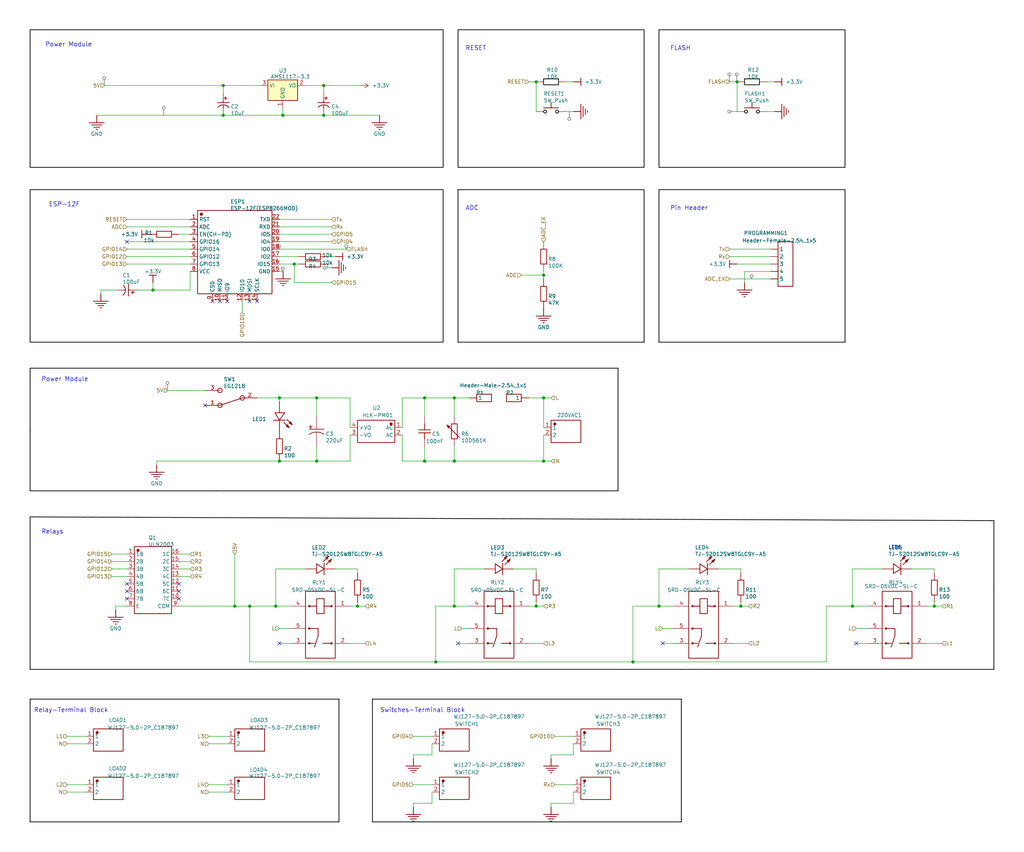
<source format=kicad_sch>
(kicad_sch (version 20231120) (generator "eeschema") (generator_version "8.0")
  (paper "User" 349.504 290.957)
  (lib_symbols
    (symbol "Regulator_Linear:AMS1117-3.3"
      (property "Reference" "U" (at -3.81 3.175 0))
      (property "Value" "AMS1117-3.3" (at 0 3.175 0))
      (symbol "AMS1117-3.3_1_1"
        (pin power_in line (at 0 -7.62 90) (length 2.54) (name "GND") (number "1"))
        (pin power_out line (at 7.62 0 180) (length 2.54) (name "VO") (number "2"))
        (pin power_in line (at -7.62 0 0) (length 2.54) (name "VI") (number "3"))
      )
    )
    (symbol "power:+3.3V" (power) (pin_numbers hide) (pin_names (offset 0) hide)
      (property "Value" "+3.3V" (at 0 3.556 0))
      (symbol "+3.3V_1_1"
        (pin power_in line (at 0 0 90) (length 0) (name "~") (number "1"))
      )
    )
    (symbol "test-altium-import:+3.3V_BAR" (power)
      (property "Reference" "#PWR" (at 0 0 0))
      (property "Value" "+3.3V" (at 0 3.81 0))
      (symbol "+3.3V_BAR_0_0"
        (pin power_in line (at 0 0 0) (length 0) hide (name "+3.3V") (number ""))
      )
    )
    (symbol "test-altium-import:GND_POWER_GROUND" (power)
      (property "Reference" "#PWR" (at 0 0 0))
      (property "Value" "GND" (at 0 6.35 0))
      (symbol "GND_POWER_GROUND_0_0"
        (pin power_in line (at 0 0 0) (length 0) hide (name "GND") (number ""))
      )
    )
    (symbol "test-altium-import:root_0_100nF"
      (symbol "root_0_100nF_1_0"
        (pin passive line (at 0 -5.08 90) (length 2.54) (name "1") (number "1"))
        (pin passive line (at 0 5.08 270) (length 2.54) (name "2") (number "2"))
      )
    )
    (symbol "test-altium-import:root_0_100uF"
      (symbol "root_0_100uF_1_0"
        (pin passive line (at 0 3.81 270) (length 2.54) (name "1") (number "1"))
        (pin passive line (at 0 -3.81 90) (length 2.54) (name "2") (number "2"))
      )
    )
    (symbol "test-altium-import:root_0_10K"
      (symbol "root_0_10K_1_0"
        (pin passive line (at -5.08 0 0) (length 2.54) (name "1") (number "1"))
        (pin passive line (at 5.08 0 180) (length 2.54) (name "2") (number "2"))
      )
    )
    (symbol "test-altium-import:root_0_10k"
      (symbol "root_0_10k_1_0"
        (pin passive line (at -5.08 0 0) (length 2.54) (name "1") (number "1"))
        (pin passive line (at 5.08 0 180) (length 2.54) (name "2") (number "2"))
      )
    )
    (symbol "test-altium-import:root_0_10uF"
      (symbol "root_0_10uF_1_0"
        (pin passive line (at 0 3.81 270) (length 2.54) (name "1") (number "1"))
        (pin passive line (at 0 -3.81 90) (length 2.54) (name "2") (number "2"))
      )
    )
    (symbol "test-altium-import:root_0_220uF"
      (symbol "root_0_220uF_1_0"
        (pin passive line (at 0 5.08 270) (length 4.318) (name "1") (number "1"))
        (pin passive line (at 0 -5.08 90) (length 4.826) (name "2") (number "2"))
      )
    )
    (symbol "test-altium-import:root_0_ESP-12F(ESP8266MOD)"
      (symbol "root_0_ESP-12F(ESP8266MOD)_1_0"
        (pin passive line (at -15.24 10.16 0) (length 2.54) (name "RST") (number "1"))
        (pin passive line (at -5.08 -17.78 90) (length 2.54) (name "MISO") (number "10"))
        (pin passive line (at -2.54 -17.78 90) (length 2.54) (name "IO9") (number "11"))
        (pin passive line (at 2.54 -17.78 90) (length 2.54) (name "IO10") (number "12"))
        (pin passive line (at 5.08 -17.78 90) (length 2.54) (name "MOSI") (number "13"))
        (pin passive line (at 7.62 -17.78 90) (length 2.54) (name "SCLK") (number "14"))
        (pin passive line (at 15.24 -7.62 180) (length 2.54) (name "GND") (number "15"))
        (pin passive line (at 15.24 -5.08 180) (length 2.54) (name "IO15") (number "16"))
        (pin passive line (at 15.24 -2.54 180) (length 2.54) (name "IO2") (number "17"))
        (pin passive line (at 15.24 0 180) (length 2.54) (name "IO0") (number "18"))
        (pin passive line (at 15.24 2.54 180) (length 2.54) (name "IO4") (number "19"))
        (pin passive line (at -15.24 7.62 0) (length 2.54) (name "ADC") (number "2"))
        (pin passive line (at 15.24 5.08 180) (length 2.54) (name "IO5") (number "20"))
        (pin passive line (at 15.24 7.62 180) (length 2.54) (name "RXD") (number "21"))
        (pin passive line (at 15.24 10.16 180) (length 2.54) (name "TXD") (number "22"))
        (pin passive line (at -15.24 5.08 0) (length 2.54) (name "EN(CH-PD)") (number "3"))
        (pin passive line (at -15.24 2.54 0) (length 2.54) (name "GPIO16") (number "4"))
        (pin passive line (at -15.24 0 0) (length 2.54) (name "GPIO14") (number "5"))
        (pin passive line (at -15.24 -2.54 0) (length 2.54) (name "GPIO12") (number "6"))
        (pin passive line (at -15.24 -5.08 0) (length 2.54) (name "GPIO13") (number "7"))
        (pin passive line (at -15.24 -7.62 0) (length 2.54) (name "VCC") (number "8"))
        (pin passive line (at -7.62 -17.78 90) (length 2.54) (name "CS0") (number "9"))
      )
    )
    (symbol "test-altium-import:root_0_HLK-PM01"
      (symbol "root_0_HLK-PM01_1_0"
        (pin passive line (at 8.89 1.27 180) (length 2.54) (name "AC") (number "1"))
        (pin passive line (at 8.89 -1.27 180) (length 2.54) (name "AC") (number "2"))
        (pin passive line (at -8.89 -1.27 0) (length 2.54) (name "-VO") (number "3"))
        (pin passive line (at -8.89 1.27 0) (length 2.54) (name "+VO") (number "4"))
      )
    )
    (symbol "test-altium-import:root_0_Header-Female-2.54_1x5"
      (symbol "root_0_Header-Female-2.54_1x5_1_0"
        (pin passive line (at -3.81 5.08 0) (length 2.54) (name "1") (number "1"))
        (pin passive line (at -3.81 2.54 0) (length 2.54) (name "2") (number "2"))
        (pin passive line (at -3.81 0 0) (length 2.54) (name "3") (number "3"))
        (pin passive line (at -3.81 -2.54 0) (length 2.54) (name "4") (number "4"))
        (pin passive line (at -3.81 -5.08 0) (length 2.54) (name "5") (number "5"))
      )
    )
    (symbol "test-altium-import:root_0_Header-Male-2.54_1x1"
      (symbol "root_0_Header-Male-2.54_1x1_1_0"
        (pin passive line (at -3.81 0 0) (length 2.54) (name "1") (number "1"))
      )
    )
    (symbol "test-altium-import:root_0_SW_Push"
      (symbol "root_0_SW_Push_1_0"
        (pin passive line (at -2.54 0 0) (length 2.54) (name "1") (number "1"))
        (pin passive line (at 7.62 0 180) (length 2.54) (name "2") (number "2"))
      )
    )
    (symbol "test-altium-import:root_0_TJ-S2012SW8TGLC9Y-A5"
      (symbol "root_0_TJ-S2012SW8TGLC9Y-A5_1_0"
        (pin passive line (at -5.08 0 0) (length 3.81) (name "A") (number "1"))
        (pin passive line (at 5.08 0 180) (length 3.81) (name "K") (number "2"))
      )
    )
    (symbol "test-altium-import:root_0_ULN2003"
      (symbol "root_0_ULN2003_1_0"
        (pin passive line (at -8.89 8.89 0) (length 2.54) (name "1B") (number "1"))
        (pin passive line (at 8.89 -6.35 180) (length 2.54) (name "7C") (number "10"))
        (pin passive line (at 8.89 -3.81 180) (length 2.54) (name "6C") (number "11"))
        (pin passive line (at 8.89 -1.27 180) (length 2.54) (name "5C") (number "12"))
        (pin passive line (at 8.89 1.27 180) (length 2.54) (name "4C") (number "13"))
        (pin passive line (at 8.89 3.81 180) (length 2.54) (name "3C") (number "14"))
        (pin passive line (at 8.89 6.35 180) (length 2.54) (name "2C") (number "15"))
        (pin passive line (at 8.89 8.89 180) (length 2.54) (name "1C") (number "16"))
        (pin passive line (at -8.89 6.35 0) (length 2.54) (name "2B") (number "2"))
        (pin passive line (at -8.89 3.81 0) (length 2.54) (name "3B") (number "3"))
        (pin passive line (at -8.89 1.27 0) (length 2.54) (name "4B") (number "4"))
        (pin passive line (at -8.89 -1.27 0) (length 2.54) (name "5B") (number "5"))
        (pin passive line (at -8.89 -3.81 0) (length 2.54) (name "6B") (number "6"))
        (pin passive line (at -8.89 -6.35 0) (length 2.54) (name "7B") (number "7"))
        (pin passive line (at -8.89 -8.89 0) (length 2.54) (name "E") (number "8"))
        (pin passive line (at 8.89 -8.89 180) (length 2.54) (name "COM") (number "9"))
      )
    )
    (symbol "test-altium-import:root_0_WJ127-5.0-2P_C187897"
      (symbol "root_0_WJ127-5.0-2P_C187897_1_0"
        (pin passive line (at -6.35 1.27 0) (length 2.54) (name "1") (number "1"))
        (pin passive line (at -6.35 -1.27 0) (length 2.54) (name "2") (number "2"))
      )
    )
    (symbol "test-altium-import:root_1_100"
      (symbol "root_1_100_1_0"
        (pin passive line (at 0 -5.08 90) (length 2.54) (name "1") (number "1"))
        (pin passive line (at 0 5.08 270) (length 2.54) (name "2") (number "2"))
      )
    )
    (symbol "test-altium-import:root_1_100K"
      (symbol "root_1_100K_1_0"
        (pin passive line (at 0 -5.08 90) (length 2.54) (name "1") (number "1"))
        (pin passive line (at 0 5.08 270) (length 2.54) (name "2") (number "2"))
      )
    )
    (symbol "test-altium-import:root_1_10D561K"
      (symbol "root_1_10D561K_1_0"
        (pin passive line (at 0 -5.08 90) (length 2.54) (name "1") (number "1"))
        (pin passive line (at 0 5.08 270) (length 2.54) (name "2") (number "2"))
      )
    )
    (symbol "test-altium-import:root_1_47K"
      (symbol "root_1_47K_1_0"
        (pin passive line (at 0 -5.08 90) (length 2.54) (name "1") (number "1"))
        (pin passive line (at 0 5.08 270) (length 2.54) (name "2") (number "2"))
      )
    )
    (symbol "test-altium-import:root_2_10k"
      (symbol "root_2_10k_1_0"
        (pin passive line (at 5.08 0 180) (length 2.54) (name "1") (number "1"))
        (pin passive line (at -5.08 0 0) (length 2.54) (name "2") (number "2"))
      )
    )
    (symbol "test-altium-import:root_2_EG1218"
      (symbol "root_2_EG1218_1_0"
        (pin passive line (at -7.62 -2.54 0) (length 5.08) (name "1") (number "1"))
        (pin passive line (at 10.16 0 180) (length 5.08) (name "2") (number "2"))
        (pin passive line (at -7.62 2.54 0) (length 5.08) (name "3") (number "3"))
      )
    )
    (symbol "test-altium-import:root_2_Header-Male-2.54_1x1"
      (symbol "root_2_Header-Male-2.54_1x1_1_0"
        (pin passive line (at 3.81 0 180) (length 2.54) (name "1") (number "1"))
      )
    )
    (symbol "test-altium-import:root_2_SRD-05VDC-SL-C"
      (symbol "root_2_SRD-05VDC-SL-C_1_0"
        (pin passive line (at 10.16 6.35 180) (length 5.08) (name "1") (number "1"))
        (pin passive line (at 10.16 -6.35 180) (length 5.08) (name "2") (number "2"))
        (pin passive line (at -10.16 -6.35 0) (length 5.08) (name "3") (number "3"))
        (pin passive line (at -10.16 6.35 0) (length 5.08) (name "4") (number "4"))
        (pin passive line (at -10.16 -1.27 0) (length 5.08) (name "5") (number "5"))
      )
    )
    (symbol "test-altium-import:root_3_100"
      (symbol "root_3_100_1_0"
        (pin passive line (at 0 5.08 270) (length 2.54) (name "1") (number "1"))
        (pin passive line (at 0 -5.08 90) (length 2.54) (name "2") (number "2"))
      )
    )
    (symbol "test-altium-import:root_3_100uF"
      (symbol "root_3_100uF_1_0"
        (pin passive line (at 3.81 0 180) (length 2.54) (name "1") (number "1"))
        (pin passive line (at -3.81 0 0) (length 2.54) (name "2") (number "2"))
      )
    )
    (symbol "test-altium-import:root_3_TJ-S2012SW8TGLC9Y-A5"
      (symbol "root_3_TJ-S2012SW8TGLC9Y-A5_1_0"
        (pin passive line (at 0 5.08 270) (length 3.81) (name "A") (number "1"))
        (pin passive line (at 0 -5.08 90) (length 3.81) (name "K") (number "2"))
      )
    )
  )
  (junction (at 85.217 207.01))
  (junction (at 185.547 93.98))
  (junction (at 185.547 157.48))
  (junction (at 96.52 39.37))
  (junction (at 108.077 135.89))
  (junction (at 183.007 27.94))
  (junction (at 100.457 90.17))
  (junction (at 110.49 29.21))
  (junction (at 251.587 27.94))
  (junction (at 148.717 226.06))
  (junction (at 108.077 157.48))
  (junction (at 94.107 207.01))
  (junction (at 185.547 135.89))
  (junction (at 76.2 39.37))
  (junction (at 155.067 157.48))
  (junction (at 155.067 207.01))
  (junction (at 76.2 29.21))
  (junction (at 110.49 39.37))
  (junction (at 122.047 207.01))
  (junction (at 183.007 207.01))
  (junction (at 290.957 207.01))
  (junction (at 52.197 99.06))
  (junction (at 216.027 226.06))
  (junction (at 80.137 207.01))
  (junction (at 318.897 207.01))
  (junction (at 144.907 135.89))
  (junction (at 95.377 135.89))
  (junction (at 144.907 157.48))
  (junction (at 252.857 207.01))
  (junction (at 224.917 207.01))
  (junction (at 155.067 135.89))
  (junction (at 95.377 157.48))
  (no_connect (at 61.087 204.47))
  (no_connect (at 61.087 201.93))
  (no_connect (at 87.757 102.87))
  (no_connect (at 43.307 82.55))
  (no_connect (at 75.057 102.87))
  (no_connect (at 72.517 102.87))
  (no_connect (at 95.377 219.71))
  (no_connect (at 43.307 204.47))
  (no_connect (at 226.187 219.71))
  (no_connect (at 43.307 199.39))
  (no_connect (at 69.977 138.43))
  (no_connect (at 292.227 219.71))
  (no_connect (at 85.217 102.87))
  (no_connect (at 156.337 219.71))
  (no_connect (at 43.307 201.93))
  (no_connect (at 61.087 199.39))
  (no_connect (at 77.597 102.87))
  (polyline (pts (xy 232.537 238.76) (xy 232.537 238.76)) (stroke (width 0.254) (type solid) (color 0 0 0 1)))
  (polyline (pts (xy 224.917 116.84) (xy 288.417 116.84)) (stroke (width 0.254) (type solid) (color 0 0 0 1)))
  (polyline (pts (xy 339.217 228.6) (xy 339.217 228.6)) (stroke (width 0.254) (type solid) (color 0 0 0 1)))
  (wire (pts (xy 183.007 207.01) (xy 180.467 207.01)))
  (wire (pts (xy 95.377 80.01) (xy 113.157 80.01)))
  (wire (pts (xy 155.067 135.89) (xy 155.067 142.24)))
  (wire (pts (xy 216.027 207.01) (xy 224.917 207.01)))
  (wire (pts (xy 77.597 254) (xy 71.247 254)))
  (wire (pts (xy 189.357 251.46) (xy 195.707 251.46)))
  (wire (pts (xy 311.277 194.31) (xy 318.897 194.31)))
  (wire (pts (xy 188.087 259.08) (xy 188.087 257.81)))
  (wire (pts (xy 147.447 274.32) (xy 147.447 270.51)))
  (polyline (pts (xy 10.287 176.53) (xy 339.217 177.8)) (stroke (width 0.254) (type solid) (color 0 0 0 1)))
  (polyline (pts (xy 232.537 228.6) (xy 232.537 228.6)) (stroke (width 0.254) (type solid) (color 0 0 0 1)))
  (wire (pts (xy 188.087 135.89) (xy 185.547 135.89)))
  (wire (pts (xy 321.437 219.71) (xy 316.357 219.71)))
  (wire (pts (xy 183.007 194.31) (xy 183.007 195.58)))
  (wire (pts (xy 61.087 194.31) (xy 64.897 194.31)))
  (wire (pts (xy 263.017 95.25) (xy 249.047 95.25)))
  (polyline (pts (xy 10.287 125.73) (xy 10.287 147.32)) (stroke (width 0.254) (type solid) (color 0 0 0 1)))
  (wire (pts (xy 155.067 194.31) (xy 165.227 194.31)))
  (wire (pts (xy 64.897 92.71) (xy 64.897 99.06)))
  (wire (pts (xy 95.377 157.48) (xy 108.077 157.48)))
  (wire (pts (xy 255.397 219.71) (xy 250.317 219.71)))
  (polyline (pts (xy 219.837 64.77) (xy 219.837 64.77)) (stroke (width 0.254) (type solid) (color 0 0 0 1)))
  (polyline (pts (xy 127.127 280.67) (xy 127.127 238.76)) (stroke (width 0.254) (type solid) (color 0 0 0 1)))
  (wire (pts (xy 100.457 90.17) (xy 101.727 90.17)))
  (wire (pts (xy 82.677 106.68) (xy 82.677 102.87)))
  (wire (pts (xy 110.49 29.21) (xy 123.19 29.21)))
  (wire (pts (xy 156.337 219.71) (xy 160.147 219.71)))
  (wire (pts (xy 318.897 207.01) (xy 316.357 207.01)))
  (wire (pts (xy 38.227 194.31) (xy 43.307 194.31)))
  (wire (pts (xy 43.307 90.17) (xy 64.897 90.17)))
  (polyline (pts (xy 224.917 64.77) (xy 224.917 116.84)) (stroke (width 0.254) (type solid) (color 0 0 0 1)))
  (wire (pts (xy 76.2 29.21) (xy 76.2 31.75)))
  (wire (pts (xy 95.377 219.71) (xy 99.187 219.71)))
  (polyline (pts (xy 224.917 116.84) (xy 224.917 116.84)) (stroke (width 0.254) (type solid) (color 0 0 0 1)))
  (wire (pts (xy 95.377 137.16) (xy 95.377 135.89)))
  (wire (pts (xy 124.587 219.71) (xy 119.507 219.71)))
  (wire (pts (xy 141.097 275.59) (xy 141.097 274.32)))
  (wire (pts (xy 137.287 157.48) (xy 137.287 148.59)))
  (polyline (pts (xy 156.337 64.77) (xy 156.337 64.77)) (stroke (width 0.254) (type solid) (color 0 0 0 1)))
  (wire (pts (xy 141.097 259.08) (xy 141.097 257.81)))
  (wire (pts (xy 216.027 226.06) (xy 216.027 207.01)))
  (polyline (pts (xy 232.537 280.67) (xy 127.127 280.67)) (stroke (width 0.254) (type solid) (color 0 0 0 1)))
  (polyline (pts (xy 219.837 116.84) (xy 156.337 116.84)) (stroke (width 0.254) (type solid) (color 0 0 0 1)))
  (wire (pts (xy 94.107 207.01) (xy 94.107 194.31)))
  (wire (pts (xy 144.907 142.24) (xy 144.907 135.89)))
  (wire (pts (xy 96.52 39.37) (xy 110.49 39.37)))
  (wire (pts (xy 95.377 92.71) (xy 96.647 92.71)))
  (wire (pts (xy 122.047 207.01) (xy 119.507 207.01)))
  (wire (pts (xy 216.027 226.06) (xy 282.067 226.06)))
  (wire (pts (xy 108.077 157.48) (xy 119.507 157.48)))
  (wire (pts (xy 141.097 267.97) (xy 147.447 267.97)))
  (wire (pts (xy 175.387 194.31) (xy 183.007 194.31)))
  (polyline (pts (xy 210.947 125.73) (xy 210.947 125.73)) (stroke (width 0.254) (type solid) (color 0 0 0 1)))
  (wire (pts (xy 183.007 38.1) (xy 183.007 27.94)))
  (wire (pts (xy 137.287 146.05) (xy 137.287 135.89)))
  (wire (pts (xy 61.087 80.01) (xy 64.897 80.01)))
  (wire (pts (xy 61.087 191.77) (xy 64.897 191.77)))
  (wire (pts (xy 185.547 135.89) (xy 185.547 146.05)))
  (wire (pts (xy 110.49 29.21) (xy 110.49 31.75)))
  (polyline (pts (xy 210.947 125.73) (xy 210.947 125.73)) (stroke (width 0.254) (type solid) (color 0 0 0 1)))
  (wire (pts (xy 43.307 85.09) (xy 64.897 85.09)))
  (polyline (pts (xy 232.537 280.67) (xy 232.537 280.67)) (stroke (width 0.254) (type solid) (color 0 0 0 1)))
  (wire (pts (xy 249.047 27.94) (xy 251.587 27.94)))
  (wire (pts (xy 180.467 27.94) (xy 183.007 27.94)))
  (wire (pts (xy 252.857 205.74) (xy 252.857 207.01)))
  (polyline (pts (xy 10.287 147.32) (xy 10.287 147.32)) (stroke (width 0.254) (type solid) (color 0 0 0 1)))
  (wire (pts (xy 252.857 207.01) (xy 250.317 207.01)))
  (wire (pts (xy 157.607 214.63) (xy 160.147 214.63)))
  (polyline (pts (xy 210.947 167.64) (xy 210.947 125.73)) (stroke (width 0.254) (type solid) (color 0 0 0 1)))
  (polyline (pts (xy 115.697 238.76) (xy 115.697 238.76)) (stroke (width 0.254) (type solid) (color 0 0 0 1)))
  (polyline (pts (xy 210.947 125.73) (xy 10.287 125.73)) (stroke (width 0.254) (type solid) (color 0 0 0 1)))
  (polyline (pts (xy 10.287 238.76) (xy 115.697 238.76)) (stroke (width 0.254) (type solid) (color 0 0 0 1)))
  (wire (pts (xy 76.2 29.21) (xy 88.9 29.21)))
  (wire (pts (xy 95.377 77.47) (xy 113.157 77.47)))
  (wire (pts (xy 122.047 205.74) (xy 122.047 207.01)))
  (wire (pts (xy 148.717 226.06) (xy 148.717 207.01)))
  (wire (pts (xy 95.377 135.89) (xy 108.077 135.89)))
  (wire (pts (xy 57.277 133.35) (xy 69.977 133.35)))
  (polyline (pts (xy 127.127 238.76) (xy 232.537 238.76)) (stroke (width 0.254) (type solid) (color 0 0 0 1)))
  (wire (pts (xy 321.437 207.01) (xy 318.897 207.01)))
  (wire (pts (xy 188.087 275.59) (xy 188.087 274.32)))
  (polyline (pts (xy 156.337 116.84) (xy 156.337 64.77)) (stroke (width 0.254) (type solid) (color 0 0 0 1)))
  (wire (pts (xy 85.217 207.01) (xy 85.217 226.06)))
  (wire (pts (xy 180.467 135.89) (xy 185.547 135.89)))
  (wire (pts (xy 144.907 152.4) (xy 144.907 157.48)))
  (wire (pts (xy 226.187 219.71) (xy 229.997 219.71)))
  (wire (pts (xy 104.14 29.21) (xy 110.49 29.21)))
  (wire (pts (xy 29.337 254) (xy 22.987 254)))
  (wire (pts (xy 94.107 194.31) (xy 104.267 194.31)))
  (polyline (pts (xy 73.787 167.64) (xy 210.947 167.64)) (stroke (width 0.254) (type solid) (color 0 0 0 1)))
  (wire (pts (xy 290.957 194.31) (xy 301.117 194.31)))
  (wire (pts (xy 124.587 207.01) (xy 122.047 207.01)))
  (wire (pts (xy 290.957 207.01) (xy 290.957 194.31)))
  (wire (pts (xy 224.917 194.31) (xy 235.077 194.31)))
  (wire (pts (xy 76.2 39.37) (xy 96.52 39.37)))
  (wire (pts (xy 185.547 157.48) (xy 155.067 157.48)))
  (polyline (pts (xy 219.837 116.84) (xy 219.837 116.84)) (stroke (width 0.254) (type solid) (color 0 0 0 1)))
  (wire (pts (xy 95.377 85.09) (xy 118.237 85.09)))
  (wire (pts (xy 188.087 157.48) (xy 185.547 157.48)))
  (wire (pts (xy 148.717 207.01) (xy 155.067 207.01)))
  (polyline (pts (xy 219.837 64.77) (xy 219.837 116.84)) (stroke (width 0.254) (type solid) (color 0 0 0 1)))
  (wire (pts (xy 122.047 194.31) (xy 122.047 195.58)))
  (wire (pts (xy 95.377 214.63) (xy 99.187 214.63)))
  (wire (pts (xy 224.917 207.01) (xy 224.917 194.31)))
  (wire (pts (xy 137.287 135.89) (xy 144.907 135.89)))
  (polyline (pts (xy 156.337 116.84) (xy 156.337 116.84)) (stroke (width 0.254) (type solid) (color 0 0 0 1)))
  (polyline (pts (xy 210.947 167.64) (xy 210.947 167.64)) (stroke (width 0.254) (type solid) (color 0 0 0 1)))
  (polyline (pts (xy 224.917 64.77) (xy 224.917 64.77)) (stroke (width 0.254) (type solid) (color 0 0 0 1)))
  (wire (pts (xy 95.377 90.17) (xy 100.457 90.17)))
  (wire (pts (xy 22.987 267.97) (xy 29.337 267.97)))
  (wire (pts (xy 111.887 91.44) (xy 113.157 91.44)))
  (wire (pts (xy 318.897 205.74) (xy 318.897 207.01)))
  (wire (pts (xy 64.897 99.06) (xy 52.197 99.06)))
  (polyline (pts (xy 288.417 116.84) (xy 288.417 116.84)) (stroke (width 0.254) (type solid) (color 0 0 0 1)))
  (wire (pts (xy 252.857 194.31) (xy 252.857 195.58)))
  (wire (pts (xy 95.377 82.55) (xy 113.157 82.55)))
  (wire (pts (xy 61.087 189.23) (xy 64.897 189.23)))
  (wire (pts (xy 29.337 270.51) (xy 22.987 270.51)))
  (wire (pts (xy 95.377 87.63) (xy 101.727 87.63)))
  (wire (pts (xy 108.077 152.4) (xy 108.077 157.48)))
  (polyline (pts (xy 156.337 64.77) (xy 219.837 64.77)) (stroke (width 0.254) (type solid) (color 0 0 0 1)))
  (polyline (pts (xy 10.287 125.73) (xy 10.287 125.73)) (stroke (width 0.254) (type solid) (color 0 0 0 1)))
  (wire (pts (xy 77.597 270.51) (xy 71.247 270.51)))
  (wire (pts (xy 226.187 214.63) (xy 229.997 214.63)))
  (wire (pts (xy 261.747 27.94) (xy 264.287 27.94)))
  (wire (pts (xy 155.067 152.4) (xy 155.067 157.48)))
  (wire (pts (xy 144.907 157.48) (xy 137.287 157.48)))
  (wire (pts (xy 254.127 92.71) (xy 254.127 96.52)))
  (wire (pts (xy 185.547 219.71) (xy 180.467 219.71)))
  (wire (pts (xy 71.247 267.97) (xy 77.597 267.97)))
  (wire (pts (xy 296.037 207.01) (xy 290.957 207.01)))
  (wire (pts (xy 185.547 93.98) (xy 185.547 95.25)))
  (wire (pts (xy 195.707 257.81) (xy 195.707 254)))
  (wire (pts (xy 249.047 85.09) (xy 263.017 85.09)))
  (wire (pts (xy 292.227 219.71) (xy 296.037 219.71)))
  (polyline (pts (xy 115.697 280.67) (xy 10.287 280.67)) (stroke (width 0.254) (type solid) (color 0 0 0 1)))
  (wire (pts (xy 148.717 226.06) (xy 216.027 226.06)))
  (wire (pts (xy 100.457 96.52) (xy 100.457 90.17)))
  (wire (pts (xy 38.227 196.85) (xy 43.307 196.85)))
  (polyline (pts (xy 10.287 280.67) (xy 10.287 280.67)) (stroke (width 0.254) (type solid) (color 0 0 0 1)))
  (wire (pts (xy 47.117 99.06) (xy 52.197 99.06)))
  (wire (pts (xy 282.067 226.06) (xy 282.067 207.01)))
  (wire (pts (xy 119.507 157.48) (xy 119.507 148.59)))
  (wire (pts (xy 53.467 158.75) (xy 53.467 157.48)))
  (wire (pts (xy 96.52 36.83) (xy 96.52 39.37)))
  (polyline (pts (xy 288.417 116.84) (xy 288.417 64.77)) (stroke (width 0.254) (type solid) (color 0 0 0 1)))
  (wire (pts (xy 114.427 87.63) (xy 111.887 87.63)))
  (wire (pts (xy 39.497 99.06) (xy 34.417 99.06)))
  (wire (pts (xy 255.397 207.01) (xy 252.857 207.01)))
  (wire (pts (xy 43.307 77.47) (xy 64.897 77.47)))
  (polyline (pts (xy 339.217 177.8) (xy 339.217 200.66)) (stroke (width 0.254) (type solid) (color 0 0 0 1)))
  (wire (pts (xy 35.56 29.21) (xy 76.2 29.21)))
  (wire (pts (xy 144.907 135.89) (xy 155.067 135.89)))
  (polyline (pts (xy 115.697 280.67) (xy 115.697 280.67)) (stroke (width 0.254) (type solid) (color 0 0 0 1)))
  (wire (pts (xy 39.497 207.01) (xy 43.307 207.01)))
  (polyline (pts (xy 232.537 238.76) (xy 232.537 280.67)) (stroke (width 0.254) (type solid) (color 0 0 0 1)))
  (wire (pts (xy 160.147 135.89) (xy 155.067 135.89)))
  (wire (pts (xy 263.017 92.71) (xy 254.127 92.71)))
  (polyline (pts (xy 288.417 64.77) (xy 224.917 64.77)) (stroke (width 0.254) (type solid) (color 0 0 0 1)))
  (wire (pts (xy 22.987 251.46) (xy 29.337 251.46)))
  (polyline (pts (xy 339.217 177.8) (xy 339.217 177.8)) (stroke (width 0.254) (type solid) (color 0 0 0 1)))
  (wire (pts (xy 155.067 157.48) (xy 144.907 157.48)))
  (wire (pts (xy 52.197 99.06) (xy 52.197 96.52)))
  (wire (pts (xy 195.707 274.32) (xy 195.707 270.51)))
  (wire (pts (xy 185.547 92.71) (xy 185.547 93.98)))
  (polyline (pts (xy 127.127 280.67) (xy 127.127 280.67)) (stroke (width 0.254) (type solid) (color 0 0 0 1)))
  (wire (pts (xy 33.02 39.37) (xy 76.2 39.37)))
  (wire (pts (xy 114.427 194.31) (xy 122.047 194.31)))
  (wire (pts (xy 43.307 74.93) (xy 64.897 74.93)))
  (wire (pts (xy 251.587 90.17) (xy 263.017 90.17)))
  (wire (pts (xy 113.157 96.52) (xy 100.457 96.52)))
  (wire (pts (xy 251.587 38.1) (xy 251.587 27.94)))
  (wire (pts (xy 71.247 251.46) (xy 77.597 251.46)))
  (wire (pts (xy 108.077 142.24) (xy 108.077 135.89)))
  (polyline (pts (xy 10.287 167.64) (xy 73.787 167.64)) (stroke (width 0.254) (type solid) (color 0 0 0 1)))
  (wire (pts (xy 43.307 82.55) (xy 64.897 82.55)))
  (wire (pts (xy 61.087 196.85) (xy 64.897 196.85)))
  (wire (pts (xy 141.097 257.81) (xy 147.447 257.81)))
  (wire (pts (xy 43.307 87.63) (xy 64.897 87.63)))
  (wire (pts (xy 53.467 157.48) (xy 95.377 157.48)))
  (polyline (pts (xy 339.217 200.66) (xy 339.217 200.66)) (stroke (width 0.254) (type solid) (color 0 0 0 1)))
  (wire (pts (xy 147.447 257.81) (xy 147.447 254)))
  (wire (pts (xy 108.077 135.89) (xy 119.507 135.89)))
  (wire (pts (xy 249.047 87.63) (xy 263.017 87.63)))
  (wire (pts (xy 95.377 74.93) (xy 113.157 74.93)))
  (wire (pts (xy 282.067 207.01) (xy 290.957 207.01)))
  (wire (pts (xy 111.887 90.17) (xy 111.887 91.44)))
  (wire (pts (xy 129.54 39.37) (xy 110.49 39.37)))
  (wire (pts (xy 99.187 207.01) (xy 94.107 207.01)))
  (wire (pts (xy 61.087 207.01) (xy 80.137 207.01)))
  (wire (pts (xy 185.547 207.01) (xy 183.007 207.01)))
  (polyline (pts (xy 339.217 228.6) (xy 232.537 228.6)) (stroke (width 0.254) (type solid) (color 0 0 0 1)))
  (wire (pts (xy 195.707 38.1) (xy 193.167 38.1)))
  (wire (pts (xy 183.007 205.74) (xy 183.007 207.01)))
  (polyline (pts (xy 10.287 228.6) (xy 10.287 228.6)) (stroke (width 0.254) (type solid) (color 0 0 0 1)))
  (wire (pts (xy 177.927 93.98) (xy 185.547 93.98)))
  (wire (pts (xy 264.287 38.1) (xy 261.747 38.1)))
  (polyline (pts (xy 10.287 280.67) (xy 10.287 238.76)) (stroke (width 0.254) (type solid) (color 0 0 0 1)))
  (wire (pts (xy 85.217 226.06) (xy 148.717 226.06)))
  (wire (pts (xy 245.237 194.31) (xy 252.857 194.31)))
  (wire (pts (xy 185.547 148.59) (xy 185.547 157.48)))
  (wire (pts (xy 318.897 194.31) (xy 318.897 195.58)))
  (polyline (pts (xy 156.337 64.77) (xy 156.337 64.77)) (stroke (width 0.254) (type solid) (color 0 0 0 1)))
  (wire (pts (xy 147.447 251.46) (xy 141.097 251.46)))
  (polyline (pts (xy 115.697 238.76) (xy 115.697 280.67)) (stroke (width 0.254) (type solid) (color 0 0 0 1)))
  (polyline (pts (xy 339.217 200.66) (xy 339.217 228.6)) (stroke (width 0.254) (type solid) (color 0 0 0 1)))
  (wire (pts (xy 188.087 274.32) (xy 195.707 274.32)))
  (polyline (pts (xy 10.287 167.64) (xy 10.287 167.64)) (stroke (width 0.254) (type solid) (color 0 0 0 1)))
  (wire (pts (xy 141.097 274.32) (xy 147.447 274.32)))
  (wire (pts (xy 38.227 189.23) (xy 43.307 189.23)))
  (wire (pts (xy 188.087 257.81) (xy 195.707 257.81)))
  (wire (pts (xy 34.417 99.06) (xy 34.417 100.33)))
  (wire (pts (xy 160.147 207.01) (xy 155.067 207.01)))
  (wire (pts (xy 292.227 214.63) (xy 296.037 214.63)))
  (wire (pts (xy 39.497 208.28) (xy 39.497 207.01)))
  (wire (pts (xy 38.227 191.77) (xy 43.307 191.77)))
  (wire (pts (xy 85.217 207.01) (xy 94.107 207.01)))
  (polyline (pts (xy 73.787 167.64) (xy 73.787 167.64)) (stroke (width 0.254) (type solid) (color 0 0 0 1)))
  (polyline (pts (xy 232.537 228.6) (xy 10.287 228.6)) (stroke (width 0.254) (type solid) (color 0 0 0 1)))
  (wire (pts (xy 189.357 267.97) (xy 195.707 267.97)))
  (wire (pts (xy 80.137 207.01) (xy 85.217 207.01)))
  (wire (pts (xy 80.137 189.23) (xy 80.137 207.01)))
  (polyline (pts (xy 10.287 147.32) (xy 10.287 167.64)) (stroke (width 0.254) (type solid) (color 0 0 0 1)))
  (polyline (pts (xy 10.287 228.6) (xy 10.287 176.53)) (stroke (width 0.254) (type solid) (color 0 0 0 1)))
  (wire (pts (xy 193.167 27.94) (xy 195.707 27.94)))
  (wire (pts (xy 155.067 207.01) (xy 155.067 194.31)))
  (wire (pts (xy 119.507 135.89) (xy 119.507 146.05)))
  (wire (pts (xy 229.997 207.01) (xy 224.917 207.01)))
  (wire (pts (xy 87.757 135.89) (xy 95.377 135.89)))
  (rectangle (start 288.417 57.15) (end 224.917 10.16) (stroke (width 0.254) (color 0 0 0 1)))
  (rectangle (start 10.287 10.16) (end 151.257 57.15) (stroke (width 0.254) (color 0 0 0 1)))
  (rectangle (start 151.257 116.84) (end 10.287 64.77) (stroke (width 0.254) (color 0 0 0 1)))
  (rectangle (start 219.837 57.15) (end 156.337 10.16) (stroke (width 0.254) (color 0 0 0 1)))
  (text "Pin Header" (at 228.727 72.072 0) (effects (font (size 1.524 1.524)) (justify left bottom)))
  (text "Relay-Terminal Block" (at 11.557 243.522 0) (effects (font (size 1.524 1.524)) (justify left bottom)))
  (text "RESET" (at 158.877 17.462 0) (effects (font (size 1.524 1.524)) (justify left bottom)))
  (text "Power Module" (at 14.097 130.492 0) (effects (font (size 1.524 1.524)) (justify left bottom)))
  (text "Relays" (at 14.097 182.562 0) (effects (font (size 1.524 1.524)) (justify left bottom)))
  (text "Switches-Terminal Block" (at 129.667 243.522 0) (effects (font (size 1.524 1.524)) (justify left bottom)))
  (text "LED6" (at 303.233 187.685 0) (effects (font (size 1.143 1.143)) (justify left bottom)))
  (text "ADC" (at 158.877 72.072 0) (effects (font (size 1.524 1.524)) (justify left bottom)))
  (text "FLASH" (at 228.727 17.462 0) (effects (font (size 1.524 1.524)) (justify left bottom)))
  (text "Power Module" (at 15.367 16.192 0) (effects (font (size 1.524 1.524)) (justify left bottom)))
  (text "ESP-12F" (at 16.637 70.802 0) (effects (font (size 1.524 1.524)) (justify left bottom)))
  (hierarchical_label "N" (shape input) (at 71.247 270.51 180))
  (hierarchical_label "R2" (shape input) (at 255.397 207.01 0))
  (hierarchical_label "GPIO5" (shape input) (at 141.097 267.97 180))
  (hierarchical_label "L" (shape input) (at 157.607 214.63 180))
  (hierarchical_label "5V" (shape input) (at 80.137 189.23 90))
  (hierarchical_label "Tx" (shape input) (at 249.047 85.09 180))
  (hierarchical_label "ADC_EX" (shape input) (at 249.047 95.25 180))
  (hierarchical_label "L" (shape input) (at 292.227 214.63 180))
  (hierarchical_label "5V" (shape input) (at 35.687 29.21 180))
  (hierarchical_label "GPIO12" (shape input) (at 43.307 87.63 180))
  (hierarchical_label "R1" (shape input) (at 64.897 189.23 0))
  (hierarchical_label "Rx" (shape input) (at 113.157 77.47 0))
  (hierarchical_label "Tx" (shape input) (at 113.157 74.93 0))
  (hierarchical_label "L" (shape input) (at 226.187 214.63 180))
  (hierarchical_label "Rx" (shape input) (at 189.357 267.97 180))
  (hierarchical_label "GPIO4" (shape input) (at 141.097 251.46 180))
  (hierarchical_label "L2" (shape input) (at 255.397 219.71 0))
  (hierarchical_label "GPIO4" (shape input) (at 113.157 82.55 0))
  (hierarchical_label "GPIO10" (shape input) (at 189.357 251.46 180))
  (hierarchical_label "GPIO15" (shape input) (at 113.157 96.52 0))
  (hierarchical_label "GPIO13" (shape input) (at 43.307 90.17 180))
  (hierarchical_label "L3" (shape input) (at 71.247 251.46 180))
  (hierarchical_label "GPIO14" (shape input) (at 38.227 191.77 180))
  (hierarchical_label "L4" (shape input) (at 124.587 219.71 0))
  (hierarchical_label "Rx" (shape input) (at 249.047 87.63 180))
  (hierarchical_label "L1" (shape input) (at 321.437 219.71 0))
  (hierarchical_label "L2" (shape input) (at 22.987 267.97 180))
  (hierarchical_label "R4" (shape input) (at 64.897 196.85 0))
  (hierarchical_label "RESET" (shape input) (at 180.467 27.94 180))
  (hierarchical_label "R3" (shape input) (at 185.547 207.01 0))
  (hierarchical_label "ADC" (shape input) (at 177.927 93.98 180))
  (hierarchical_label "5V" (shape input) (at 57.277 133.35 180))
  (hierarchical_label "GPIO12" (shape input) (at 38.227 194.31 180))
  (hierarchical_label "R1" (shape input) (at 321.437 207.01 0))
  (hierarchical_label "L1" (shape input) (at 22.987 251.46 180))
  (hierarchical_label "RESET" (shape input) (at 43.307 74.93 180))
  (hierarchical_label "L4" (shape input) (at 71.247 267.97 180))
  (hierarchical_label "GPIO15" (shape input) (at 38.227 189.23 180))
  (hierarchical_label "R3" (shape input) (at 64.897 194.31 0))
  (hierarchical_label "FLASH" (shape input) (at 118.237 85.09 0))
  (hierarchical_label "GPIO13" (shape input) (at 38.227 196.85 180))
  (hierarchical_label "L" (shape input) (at 95.377 214.63 180))
  (hierarchical_label "GPIO10" (shape input) (at 82.677 106.68 270))
  (hierarchical_label "N" (shape input) (at 188.087 157.48 0))
  (hierarchical_label "GPIO14" (shape input) (at 43.307 85.09 180))
  (hierarchical_label "R2" (shape input) (at 64.897 191.77 0))
  (hierarchical_label "L3" (shape input) (at 185.547 219.71 0))
  (hierarchical_label "N" (shape input) (at 22.987 270.51 180))
  (hierarchical_label "ADC_EX" (shape input) (at 185.547 82.55 90))
  (hierarchical_label "FLASH" (shape input) (at 249.047 27.94 180))
  (hierarchical_label "N" (shape input) (at 22.987 254 180))
  (hierarchical_label "GPIO5" (shape input) (at 113.157 80.01 0))
  (hierarchical_label "L" (shape input) (at 188.087 135.89 0))
  (hierarchical_label "ADC" (shape input) (at 43.307 77.47 180))
  (hierarchical_label "R4" (shape input) (at 124.587 207.01 0))
  (hierarchical_label "N" (shape input) (at 71.247 254 180))
  (netclass_flag "" (length 1) (shape round) (at 95.25 85.09 0))
  (netclass_flag "" (length 1) (shape round) (at 118.11 85.09 0))
  (netclass_flag "" (length 2.54) (shape round) (at 194.31 38.1 180))
  (netclass_flag "" (length 2.54) (shape round) (at 251.46 38.1 90))
  (netclass_flag "" (length 2.54) (shape round) (at 251.46 27.94 0))
  (netclass_flag "" (length 1) (shape round) (at 256.54 95.25 0))
  (netclass_flag "" (length 1) (shape round) (at 111.76 91.44 90))
  (netclass_flag "" (length 2.54) (shape round) (at 248.92 27.94 0))
  (netclass_flag "" (length 2.54) (shape round) (at 55.88 39.37 0))
  (netclass_flag "" (length 1) (shape round) (at 96.52 92.71 0))
  (netclass_flag "" (length 2.54) (shape round) (at 57.15 133.35 0))
  (netclass_flag "" (length 2.54) (shape round) (at 35.56 29.21 0))
  (symbol (lib_id "test-altium-import:root_1_100") (at 95.377 152.4 0) (unit 1)
    (property "Reference" "R2" (at 96.901 153.943 0) (effects (justify left bottom)))
    (property "Value" "100" (at 96.901 156.256 0) (effects (justify left bottom)))
    (property "SUPPLIER" "LCSC" (effects (hide yes)))
    (property "SUPPLIER PART" "C328380" (effects (hide yes)))
    (property "MANUFACTURER" "ResistorToday" (effects (hide yes)))
    (property "MANUFACTURER PART" "AECR0805F100RK9" (effects (hide yes)))
    (property "NAMEALIAS" "Resistance (Ohms)" (effects (hide yes)))
    (property "CONTRIBUTOR" "LCSC" (effects (hide yes)))
    (property "SPICEPRE" "R" (effects (hide yes)))
    (property "SPICESYMBOLNAME" "AECR0805F100RK9" (effects (hide yes)))
  )
  (symbol (lib_id "test-altium-import:GND_POWER_GROUND") (at 185.547 105.41 0) (unit 1)
    (property "Reference" "#PWR014" (effects (hide yes)))
    (property "Value" "GND" (at 185.547 111.76 0))
  )
  (symbol (lib_id "test-altium-import:root_0_SW_Push") (at 254.127 38.1 0) (unit 1)
    (property "Reference" "FLASH1" (at 254.099 32.717 0) (effects (justify left bottom)))
    (property "Value" "SW_Push" (at 254.099 35.027 0) (effects (justify left bottom)))
    (property "Footprint" "Button_Switch_THT:SW_PUSH_6mm_H5mm" (effects (hide yes)))
    (property "CONTRIBUTOR" "KiCAD" (effects (hide yes)))
    (property "LICENSE" "https://www.gnu.org/licenses/lgpl-2.1.html" (effects (hide yes)))
    (property "MANUFACTURER PART" "?" (effects (hide yes)))
    (property "SPICEPRE" "S" (effects (hide yes)))
  )
  (symbol (lib_id "test-altium-import:GND_POWER_GROUND") (at 53.467 158.75 0) (unit 1)
    (property "Reference" "#PWR06" (effects (hide yes)))
    (property "Value" "GND" (at 53.467 165.1 0))
  )
  (symbol (lib_id "test-altium-import:GND_POWER_GROUND") (at 188.087 259.08 0) (unit 1)
    (property "Reference" "#PWR015" (effects (hide yes)))
    (property "Value" "GND" (effects (hide yes)))
  )
  (symbol (lib_id "test-altium-import:+3.3V_BAR") (at 264.287 27.94 90) (unit 1)
    (property "Reference" "#PWR021" (effects (hide yes)))
    (property "Value" "+3.3V" (at 268.097 27.94 90) (effects (justify right)))
  )
  (symbol (lib_id "test-altium-import:root_3_100") (at 183.007 200.66 0) (unit 1)
    (property "Reference" "R7" (at 184.531 202.163 0) (effects (justify left bottom)))
    (property "Value" "100" (at 184.531 204.449 0) (effects (justify left bottom)))
    (property "SUPPLIER" "LCSC" (effects (hide yes)))
    (property "SUPPLIER PART" "C328380" (effects (hide yes)))
    (property "MANUFACTURER" "ResistorToday" (effects (hide yes)))
    (property "MANUFACTURER PART" "AECR0805F100RK9" (effects (hide yes)))
    (property "NAMEALIAS" "Resistance (Ohms)" (effects (hide yes)))
    (property "CONTRIBUTOR" "LCSC" (effects (hide yes)))
    (property "SPICEPRE" "R" (effects (hide yes)))
    (property "SPICESYMBOLNAME" "AECR0805F100RK9" (effects (hide yes)))
  )
  (symbol (lib_id "test-altium-import:root_0_10uF") (at 76.2 35.56 0) (unit 1)
    (property "Reference" "C2" (at 78.74 37.116 0) (effects (justify left bottom)))
    (property "Value" "10uF" (at 78.74 39.44 0) (effects (justify left bottom)))
    (property "Footprint" "Capacitor_SMD:CP_Elec_6.3x7.7" (effects (hide yes)))
    (property "SUPPLIER" "LCSC" (effects (hide yes)))
    (property "MANUFACTURER" "HONOR" (effects (hide yes)))
    (property "MANUFACTURER PART" "RVT1H100M0605" (effects (hide yes)))
    (property "NAMEALIAS" "Capacitance" (effects (hide yes)))
    (property "SUPPLIER PART" "C14162" (effects (hide yes)))
    (property "SPICEPRE" "C" (effects (hide yes)))
    (property "SPICESYMBOLNAME" "RVT1H100M0605-C14162" (effects (hide yes)))
  )
  (symbol (lib_id "test-altium-import:GND_POWER_GROUND") (at 195.707 38.1 90) (unit 1)
    (property "Reference" "#PWR018" (effects (hide yes)))
    (property "Value" "GND" (effects (hide yes)))
  )
  (symbol (lib_id "test-altium-import:root_1_10D561K") (at 155.067 147.32 0) (unit 1)
    (property "Reference" "R6" (at 157.353 148.908 0) (effects (justify left bottom)))
    (property "Value" "10D561K" (at 157.353 151.16 0) (effects (justify left bottom)))
    (property "SUPPLIER" "LCSC" (effects (hide yes)))
    (property "MANUFACTURER PART" "10D561K" (effects (hide yes)))
    (property "MANUFACTURER" "HEL" (effects (hide yes)))
    (property "NAMEALIAS" "Value" (effects (hide yes)))
    (property "SUPPLIER PART" "C113236" (effects (hide yes)))
    (property "SPICEPRE" "R" (effects (hide yes)))
    (property "SPICESYMBOLNAME" "10D561K" (effects (hide yes)))
  )
  (symbol (lib_id "test-altium-import:root_0_WJ127-5.0-2P_C187897") (at 153.797 252.73 0) (unit 1)
    (property "Reference" "SWITCH1" (at 155.236 247.968 0) (effects (justify left bottom)))
    (property "Value" "WJ127-5.0-2P_C187897" (at 154.72 245.426 0) (effects (justify left bottom)))
    (property "SUPPLIER" "LCSC" (effects (hide yes)))
    (property "SUPPLIER PART" "C187897" (effects (hide yes)))
    (property "MANUFACTURER" "Ningbo Kangnex Elec" (effects (hide yes)))
    (property "MANUFACTURER PART" "WJ127-5.0-2P" (effects (hide yes)))
    (property "CONTRIBUTOR" "LCSC" (effects (hide yes)))
    (property "SPICEPRE" "C" (effects (hide yes)))
    (property "SPICESYMBOLNAME" "WJ127-5.0-2P_C187897" (effects (hide yes)))
  )
  (symbol (lib_id "test-altium-import:GND_POWER_GROUND") (at 129.54 39.37 0) (unit 1)
    (property "Reference" "#PWR010" (effects (hide yes)))
    (property "Value" "GND" (at 129.54 45.72 0))
  )
  (symbol (lib_id "test-altium-import:root_0_WJ127-5.0-2P_C187897") (at 202.057 269.24 0) (unit 1)
    (property "Reference" "SWITCH4" (at 203.496 264.478 0) (effects (justify left bottom)))
    (property "Value" "WJ127-5.0-2P_C187897" (at 202.98 261.936 0) (effects (justify left bottom)))
    (property "SUPPLIER" "LCSC" (effects (hide yes)))
    (property "SUPPLIER PART" "C187897" (effects (hide yes)))
    (property "MANUFACTURER" "Ningbo Kangnex Elec" (effects (hide yes)))
    (property "MANUFACTURER PART" "WJ127-5.0-2P" (effects (hide yes)))
    (property "CONTRIBUTOR" "LCSC" (effects (hide yes)))
    (property "SPICEPRE" "C" (effects (hide yes)))
    (property "SPICESYMBOLNAME" "WJ127-5.0-2P_C187897" (effects (hide yes)))
  )
  (symbol (lib_id "test-altium-import:root_0_SW_Push") (at 185.547 38.1 0) (unit 1)
    (property "Reference" "RESET1" (at 185.519 32.717 0) (effects (justify left bottom)))
    (property "Value" "SW_Push" (at 185.519 35.027 0) (effects (justify left bottom)))
    (property "CONTRIBUTOR" "KiCAD" (effects (hide yes)))
    (property "LICENSE" "https://www.gnu.org/licenses/lgpl-2.1.html" (effects (hide yes)))
    (property "MANUFACTURER PART" "?" (effects (hide yes)))
    (property "SPICEPRE" "S" (effects (hide yes)))
  )
  (symbol (lib_id "test-altium-import:GND_POWER_GROUND") (at 34.417 100.33 0) (unit 1)
    (property "Reference" "#PWR02" (effects (hide yes)))
    (property "Value" "GND" (effects (hide yes)))
  )
  (symbol (lib_id "test-altium-import:root_0_Header-Male-2.54_1x1") (at 163.957 135.89 0) (unit 1)
    (property "Reference" "P1" (at 162.506 134.893 0) (effects (justify left bottom)))
    (property "Value" "Header-Male-2.54_1x1" (effects (hide yes)))
    (property "SUPPLIER" "LCSC" (effects (hide yes)))
    (property "MANUFACTURER" "ReliaPro" (effects (hide yes)))
    (property "MANUFACTURER PART" "Header-Male-2.54_1x1" (effects (hide yes)))
    (property "SUPPLIER PART" "C81276" (effects (hide yes)))
    (property "SPICEPRE" "P" (effects (hide yes)))
    (property "SPICESYMBOLNAME" "Header-Male-2.54_1x1" (effects (hide yes)))
  )
  (symbol (lib_id "test-altium-import:root_0_10K") (at 188.087 27.94 0) (unit 1)
    (property "Reference" "R10" (at 186.573 24.617 0) (effects (justify left bottom)))
    (property "Value" "10K" (at 186.571 26.903 0) (effects (justify left bottom)))
    (property "POWER" "1/4W" (effects (hide yes)))
    (property "ALTIUM_VALUE" "10Ω" (effects (hide yes)))
    (property "TOLERANCE" "±1%" (effects (hide yes)))
    (property "SUPPLIER" "LCSC" (effects (hide yes)))
    (property "MANUFACTURER" "UniOhm" (effects (hide yes)))
    (property "MANUFACTURER PART" "1206W4F100JT5E" (effects (hide yes)))
    (property "LCSC ASSEMBLY" "Yes" (effects (hide yes)))
    (property "SPICEPRE" "R" (effects (hide yes)))
    (property "SUPPLIER PART" "C17903" (effects (hide yes)))
  )
  (symbol (lib_id "test-altium-import:root_0_ULN2003") (at 52.197 198.12 0) (unit 1)
    (property "Reference" "Q1" (at 50.671 184.383 0) (effects (justify left bottom)))
    (property "Value" "ULN2003" (at 50.669 186.669 0) (effects (justify left bottom)))
    (property "SUPPLIER" "LCSC" (effects (hide yes)))
    (property "SUPPLIER PART" "C411052" (effects (hide yes)))
    (property "MANUFACTURER" "Shanghai Siproin Microelectronics" (effects (hide yes)))
    (property "MANUFACTURER PART" "ULN2003" (effects (hide yes)))
    (property "CONTRIBUTOR" "LCSC" (effects (hide yes)))
    (property "LCSC ASSEMBLY" "Yes" (effects (hide yes)))
    (property "SMT TYPE" "Extend" (effects (hide yes)))
    (property "SPICEPRE" "Q" (effects (hide yes)))
    (property "SPICESYMBOLNAME" "ULN2003" (effects (hide yes)))
  )
  (symbol (lib_id "test-altium-import:GND_POWER_GROUND") (at 39.497 208.28 0) (unit 1)
    (property "Reference" "#PWR03" (effects (hide yes)))
    (property "Value" "GND" (at 39.497 214.63 0))
  )
  (symbol (lib_id "test-altium-import:root_1_47K") (at 185.547 100.33 0) (unit 1)
    (property "Reference" "R9" (at 187.071 101.918 0) (effects (justify left bottom)))
    (property "Value" "47K" (at 187.071 104.17 0) (effects (justify left bottom)))
    (property "SUPPLIER" "LCSC" (effects (hide yes)))
    (property "SUPPLIER PART" "C328397" (effects (hide yes)))
    (property "MANUFACTURER" "ResistorToday" (effects (hide yes)))
    (property "MANUFACTURER PART" "AECR0805F47K0K9" (effects (hide yes)))
    (property "NAMEALIAS" "Resistance (Ohms)" (effects (hide yes)))
    (property "CONTRIBUTOR" "LCSC" (effects (hide yes)))
    (property "SPICEPRE" "R" (effects (hide yes)))
    (property "SPICESYMBOLNAME" "AECR0805F47K0K9" (effects (hide yes)))
  )
  (symbol (lib_id "test-altium-import:GND_POWER_GROUND") (at 113.157 91.44 90) (unit 1)
    (property "Reference" "#PWR08" (effects (hide yes)))
    (property "Value" "GND" (effects (hide yes)))
  )
  (symbol (lib_id "test-altium-import:GND_POWER_GROUND") (at 96.647 92.71 0) (unit 1)
    (property "Reference" "#PWR07" (effects (hide yes)))
    (property "Value" "GND" (effects (hide yes)))
  )
  (symbol (lib_id "test-altium-import:+3.3V_BAR") (at 251.587 90.17 270) (unit 1)
    (property "Reference" "#PWR019" (effects (hide yes)))
    (property "Value" "+3.3V" (at 247.777 90.17 90) (effects (justify right)))
  )
  (symbol (lib_id "test-altium-import:root_0_TJ-S2012SW8TGLC9Y-A5") (at 109.347 194.31 0) (unit 1)
    (property "Reference" "LED2" (at 106.383 187.685 0) (effects (justify left bottom)))
    (property "Value" "TJ-S2012SW8TGLC9Y-A5" (at 106.378 189.971 0) (effects (justify left bottom)))
    (property "Footprint" "LED_SMD:LED_0805_2012Metric_Pad1.15x1.40mm_HandSolder" (effects (hide yes)))
    (property "SUPPLIER" "LCSC" (effects (hide yes)))
    (property "SUPPLIER PART" "C192671" (effects (hide yes)))
    (property "MANUFACTURER" "TOGIALED" (effects (hide yes)))
    (property "MANUFACTURER PART" "TJ-S2012SW8TGLC9Y-A5" (effects (hide yes)))
    (property "CONTRIBUTOR" "LCSC" (effects (hide yes)))
    (property "SPICEPRE" "L" (effects (hide yes)))
    (property "SPICESYMBOLNAME" "TJ-S2012SW8TGLC9Y-A5" (effects (hide yes)))
  )
  (symbol (lib_id "test-altium-import:root_0_10k") (at 106.807 87.63 0) (unit 1)
    (property "Reference" "R3" (at 105.291 89.194 0) (effects (justify left bottom)))
    (property "Value" "10k" (at 109.956 87.924 0) (effects (justify left bottom)))
    (property "NAMEALIAS" "Value(Ω)" (effects (hide yes)))
    (property "MANUFACTURER PART" "?" (effects (hide yes)))
    (property "SPICEPRE" "R" (effects (hide yes)))
    (property "SPICESYMBOLNAME" "Res_AXIAL-0.3(1/8W)_EU" (effects (hide yes)))
  )
  (symbol (lib_id "test-altium-import:root_0_TJ-S2012SW8TGLC9Y-A5") (at 240.157 194.31 0) (unit 1)
    (property "Reference" "LED4" (at 237.193 187.685 0) (effects (justify left bottom)))
    (property "Value" "TJ-S2012SW8TGLC9Y-A5" (at 237.188 189.971 0) (effects (justify left bottom)))
    (property "Footprint" "LED_SMD:LED_0805_2012Metric_Pad1.15x1.40mm_HandSolder" (effects (hide yes)))
    (property "SUPPLIER" "LCSC" (effects (hide yes)))
    (property "SUPPLIER PART" "C192671" (effects (hide yes)))
    (property "MANUFACTURER" "TOGIALED" (effects (hide yes)))
    (property "MANUFACTURER PART" "TJ-S2012SW8TGLC9Y-A5" (effects (hide yes)))
    (property "CONTRIBUTOR" "LCSC" (effects (hide yes)))
    (property "SPICEPRE" "L" (effects (hide yes)))
    (property "SPICESYMBOLNAME" "TJ-S2012SW8TGLC9Y-A5" (effects (hide yes)))
  )
  (symbol (lib_id "test-altium-import:root_0_WJ127-5.0-2P_C187897") (at 191.897 147.32 0) (unit 1)
    (property "Reference" "220VAC1" (at 190.109 142.513 0) (effects (justify left bottom)))
    (property "Value" "WJ127-5.0-2P_C187897" (effects (hide yes)))
    (property "Footprint" "Connector:JWT_A3963_1x02_P3.96mm_Vertical" (effects (hide yes)))
    (property "SUPPLIER" "LCSC" (effects (hide yes)))
    (property "SUPPLIER PART" "C187897" (effects (hide yes)))
    (property "MANUFACTURER" "Ningbo Kangnex Elec" (effects (hide yes)))
    (property "MANUFACTURER PART" "WJ127-5.0-2P" (effects (hide yes)))
    (property "CONTRIBUTOR" "LCSC" (effects (hide yes)))
    (property "SPICEPRE" "C" (effects (hide yes)))
    (property "SPICESYMBOLNAME" "WJ127-5.0-2P_C187897" (effects (hide yes)))
  )
  (symbol (lib_id "Regulator_Linear:AMS1117-3.3") (at 96.52 29.21 0) (unit 1)
    (property "Reference" "U3" (at 96.52 24.13 0))
    (property "Value" "AMS1117-3.3" (at 99.06 26.162 0))
    (property "Footprint" "Package_TO_SOT_SMD:SOT-223-3_TabPin2" (effects (hide yes)))
    (property "Datasheet" "http://www.advanced-monolithic.com/pdf/ds1117.pdf" (effects (hide yes)))
    (property "Description" "1A Low Dropout regulator, positive, 3.3V fixed output, SOT-223" (effects (hide yes)))
  )
  (symbol (lib_id "test-altium-import:root_0_WJ127-5.0-2P_C187897") (at 35.687 269.24 0) (unit 1)
    (property "Reference" "LOAD2" (at 37.128 263.178 0) (effects (justify left bottom)))
    (property "Value" "WJ127-5.0-2P_C187897" (at 36.709 265.716 0) (effects (justify left bottom)))
    (property "SUPPLIER" "LCSC" (effects (hide yes)))
    (property "SUPPLIER PART" "C187897" (effects (hide yes)))
    (property "MANUFACTURER" "Ningbo Kangnex Elec" (effects (hide yes)))
    (property "MANUFACTURER PART" "WJ127-5.0-2P" (effects (hide yes)))
    (property "CONTRIBUTOR" "LCSC" (effects (hide yes)))
    (property "SPICEPRE" "C" (effects (hide yes)))
    (property "SPICESYMBOLNAME" "WJ127-5.0-2P_C187897" (effects (hide yes)))
  )
  (symbol (lib_id "test-altium-import:root_2_SRD-05VDC-SL-C") (at 170.307 213.36 0) (unit 1)
    (property "Reference" "RLY2" (at 167.43 199.623 0) (effects (justify left bottom)))
    (property "Value" "SRD-05VDC-SL-C" (at 160.492 202.248 0) (effects (justify left bottom)))
    (property "SUPPLIER" "LCSC" (effects (hide yes)))
    (property "MANUFACTURER" "SONGLE" (effects (hide yes)))
    (property "MANUFACTURER PART" "SRD-05VDC-SL-C" (effects (hide yes)))
    (property "IMAGE" "//image.lceda.cn/szlcsc/C35449.jpg" (effects (hide yes)))
    (property "SUPPLIER PART" "C35449" (effects (hide yes)))
    (property "SPICEPRE" "R" (effects (hide yes)))
    (property "SPICESYMBOLNAME" "SRD-05VDC-SL-C" (effects (hide yes)))
  )
  (symbol (lib_id "test-altium-import:root_2_SRD-05VDC-SL-C") (at 109.347 213.36 0) (unit 1)
    (property "Reference" "RLY1" (at 106.47 199.623 0) (effects (justify left bottom)))
    (property "Value" "SRD-05VDC-SL-C" (at 99.487 202.216 0) (effects (justify left bottom)))
    (property "SUPPLIER" "LCSC" (effects (hide yes)))
    (property "MANUFACTURER" "SONGLE" (effects (hide yes)))
    (property "MANUFACTURER PART" "SRD-05VDC-SL-C" (effects (hide yes)))
    (property "IMAGE" "//image.lceda.cn/szlcsc/C35449.jpg" (effects (hide yes)))
    (property "SUPPLIER PART" "C35449" (effects (hide yes)))
    (property "SPICEPRE" "R" (effects (hide yes)))
    (property "SPICESYMBOLNAME" "SRD-05VDC-SL-C" (effects (hide yes)))
  )
  (symbol (lib_id "test-altium-import:GND_POWER_GROUND") (at 264.287 38.1 90) (unit 1)
    (property "Reference" "#PWR022" (effects (hide yes)))
    (property "Value" "GND" (effects (hide yes)))
  )
  (symbol (lib_id "test-altium-import:root_0_TJ-S2012SW8TGLC9Y-A5") (at 170.307 194.31 0) (unit 1)
    (property "Reference" "LED3" (at 167.343 187.685 0) (effects (justify left bottom)))
    (property "Value" "TJ-S2012SW8TGLC9Y-A5" (at 167.338 189.971 0) (effects (justify left bottom)))
    (property "Footprint" "LED_SMD:LED_0805_2012Metric_Pad1.15x1.40mm_HandSolder" (effects (hide yes)))
    (property "SUPPLIER" "LCSC" (effects (hide yes)))
    (property "SUPPLIER PART" "C192671" (effects (hide yes)))
    (property "MANUFACTURER" "TOGIALED" (effects (hide yes)))
    (property "MANUFACTURER PART" "TJ-S2012SW8TGLC9Y-A5" (effects (hide yes)))
    (property "CONTRIBUTOR" "LCSC" (effects (hide yes)))
    (property "SPICEPRE" "L" (effects (hide yes)))
    (property "SPICESYMBOLNAME" "TJ-S2012SW8TGLC9Y-A5" (effects (hide yes)))
  )
  (symbol (lib_id "test-altium-import:root_0_WJ127-5.0-2P_C187897") (at 83.947 269.24 0) (unit 1)
    (property "Reference" "LOAD4" (at 85.217 263.631 0) (effects (justify left bottom)))
    (property "Value" "WJ127-5.0-2P_C187897" (at 84.969 265.716 0) (effects (justify left bottom)))
    (property "SUPPLIER" "LCSC" (effects (hide yes)))
    (property "SUPPLIER PART" "C187897" (effects (hide yes)))
    (property "MANUFACTURER" "Ningbo Kangnex Elec" (effects (hide yes)))
    (property "MANUFACTURER PART" "WJ127-5.0-2P" (effects (hide yes)))
    (property "CONTRIBUTOR" "LCSC" (effects (hide yes)))
    (property "SPICEPRE" "C" (effects (hide yes)))
    (property "SPICESYMBOLNAME" "WJ127-5.0-2P_C187897" (effects (hide yes)))
  )
  (symbol (lib_id "test-altium-import:root_0_WJ127-5.0-2P_C187897") (at 153.797 269.24 0) (unit 1)
    (property "Reference" "SWITCH2" (at 155.236 264.478 0) (effects (justify left bottom)))
    (property "Value" "WJ127-5.0-2P_C187897" (at 154.72 261.936 0) (effects (justify left bottom)))
    (property "SUPPLIER" "LCSC" (effects (hide yes)))
    (property "SUPPLIER PART" "C187897" (effects (hide yes)))
    (property "MANUFACTURER" "Ningbo Kangnex Elec" (effects (hide yes)))
    (property "MANUFACTURER PART" "WJ127-5.0-2P" (effects (hide yes)))
    (property "CONTRIBUTOR" "LCSC" (effects (hide yes)))
    (property "SPICEPRE" "C" (effects (hide yes)))
    (property "SPICESYMBOLNAME" "WJ127-5.0-2P_C187897" (effects (hide yes)))
  )
  (symbol (lib_id "test-altium-import:root_2_10k") (at 56.007 80.01 0) (unit 1)
    (property "Reference" "R1" (at 49.411 80.294 0) (effects (justify left bottom)))
    (property "Value" "10k" (at 49.016 82.834 0) (effects (justify left bottom)))
    (property "NAMEALIAS" "Value(Ω)" (effects (hide yes)))
    (property "MANUFACTURER PART" "?" (effects (hide yes)))
    (property "SPICEPRE" "R" (effects (hide yes)))
    (property "SPICESYMBOLNAME" "Res_AXIAL-0.3(1/8W)_EU" (effects (hide yes)))
  )
  (symbol (lib_id "test-altium-import:root_1_100K") (at 185.547 87.63 0) (unit 1)
    (property "Reference" "R8" (at 187.071 89.194 0) (effects (justify left bottom)))
    (property "Value" "100K" (at 187.071 91.49 0) (effects (justify left bottom)))
    (property "SUPPLIER" "LCSC" (effects (hide yes)))
    (property "SUPPLIER PART" "C328379" (effects (hide yes)))
    (property "MANUFACTURER" "ResistorToday" (effects (hide yes)))
    (property "MANUFACTURER PART" "AECR0805F100KK9" (effects (hide yes)))
    (property "NAMEALIAS" "Resistance (Ohms)" (effects (hide yes)))
    (property "CONTRIBUTOR" "LCSC" (effects (hide yes)))
    (property "SPICEPRE" "R" (effects (hide yes)))
    (property "SPICESYMBOLNAME" "AECR0805F100KK9" (effects (hide yes)))
  )
  (symbol (lib_id "test-altium-import:GND_POWER_GROUND") (at 33.02 39.37 0) (unit 1)
    (property "Reference" "#PWR01" (effects (hide yes)))
    (property "Value" "GND" (at 33.02 45.72 0))
  )
  (symbol (lib_id "test-altium-import:root_3_100") (at 122.047 200.66 0) (unit 1)
    (property "Reference" "R5" (at 123.571 202.163 0) (effects (justify left bottom)))
    (property "Value" "100" (at 123.571 204.449 0) (effects (justify left bottom)))
    (property "SUPPLIER" "LCSC" (effects (hide yes)))
    (property "SUPPLIER PART" "C328380" (effects (hide yes)))
    (property "MANUFACTURER" "ResistorToday" (effects (hide yes)))
    (property "MANUFACTURER PART" "AECR0805F100RK9" (effects (hide yes)))
    (property "NAMEALIAS" "Resistance (Ohms)" (effects (hide yes)))
    (property "CONTRIBUTOR" "LCSC" (effects (hide yes)))
    (property "SPICEPRE" "R" (effects (hide yes)))
    (property "SPICESYMBOLNAME" "AECR0805F100RK9" (effects (hide yes)))
  )
  (symbol (lib_id "test-altium-import:GND_POWER_GROUND") (at 254.127 96.52 0) (unit 1)
    (property "Reference" "#PWR020" (effects (hide yes)))
    (property "Value" "GND" (effects (hide yes)))
  )
  (symbol (lib_id "test-altium-import:root_2_EG1218") (at 77.597 135.89 0) (unit 1)
    (property "Reference" "SW1" (at 76.299 130.243 0) (effects (justify left bottom)))
    (property "Value" "EG1218" (at 76.299 132.567 0) (effects (justify left bottom)))
    (property "SUPPLIER" "LCSC" (effects (hide yes)))
    (property "SUPPLIER PART" "C273394" (effects (hide yes)))
    (property "MANUFACTURER" "E-Switch" (effects (hide yes)))
    (property "MANUFACTURER PART" "EG1218" (effects (hide yes)))
    (property "CONTRIBUTOR" "LCSC" (effects (hide yes)))
    (property "SPICEPRE" "S" (effects (hide yes)))
    (property "SPICESYMBOLNAME" "EG1218" (effects (hide yes)))
  )
  (symbol (lib_id "test-altium-import:GND_POWER_GROUND") (at 188.087 275.59 0) (unit 1)
    (property "Reference" "#PWR016" (effects (hide yes)))
    (property "Value" "GND" (effects (hide yes)))
  )
  (symbol (lib_id "test-altium-import:root_0_HLK-PM01") (at 128.397 147.32 0) (unit 1)
    (property "Reference" "U2" (at 129.913 140.018 0) (effects (justify right bottom)))
    (property "Value" "HLK-PM01" (at 134.195 142.558 0) (effects (justify right bottom)))
    (property "SUPPLIER" "LCSC" (effects (hide yes)))
    (property "SUPPLIER PART" "C209903" (effects (hide yes)))
    (property "MANUFACTURER" "HI-LINK" (effects (hide yes)))
    (property "MANUFACTURER PART" "HLK-PM01" (effects (hide yes)))
    (property "CONTRIBUTOR" "LCSC" (effects (hide yes)))
    (property "SPICEPRE" "U" (effects (hide yes)))
    (property "SPICESYMBOLNAME" "HLK-PM01" (effects (hide yes)))
  )
  (symbol (lib_id "test-altium-import:root_0_WJ127-5.0-2P_C187897") (at 35.687 252.73 0) (unit 1)
    (property "Reference" "LOAD1" (at 37.128 246.668 0) (effects (justify left bottom)))
    (property "Value" "WJ127-5.0-2P_C187897" (at 36.709 249.206 0) (effects (justify left bottom)))
    (property "SUPPLIER" "LCSC" (effects (hide yes)))
    (property "SUPPLIER PART" "C187897" (effects (hide yes)))
    (property "MANUFACTURER" "Ningbo Kangnex Elec" (effects (hide yes)))
    (property "MANUFACTURER PART" "WJ127-5.0-2P" (effects (hide yes)))
    (property "CONTRIBUTOR" "LCSC" (effects (hide yes)))
    (property "SPICEPRE" "C" (effects (hide yes)))
    (property "SPICESYMBOLNAME" "WJ127-5.0-2P_C187897" (effects (hide yes)))
  )
  (symbol (lib_id "test-altium-import:+3.3V_BAR") (at 50.927 80.01 270) (unit 1)
    (property "Reference" "#PWR04" (effects (hide yes)))
    (property "Value" "+3.3V" (at 47.117 80.01 90) (effects (justify right)))
  )
  (symbol (lib_id "test-altium-import:root_0_220uF") (at 108.077 147.32 0) (unit 1)
    (property "Reference" "C3" (at 111.125 148.908 0) (effects (justify left bottom)))
    (property "Value" "220uF" (at 111.125 151.16 0) (effects (justify left bottom)))
    (property "Footprint" "Capacitor_SMD:CP_Elec_6.3x7.7" (effects (hide yes)))
    (property "SUPPLIER" "LCSC" (effects (hide yes)))
    (property "SUPPLIER PART" "C140414" (effects (hide yes)))
    (property "MANUFACTURER" "Shenzhen Zhenhua XinYun Elec" (effects (hide yes)))
    (property "MANUFACTURER PART" "CA45-D-10V-220uF-K" (effects (hide yes)))
    (property "NAMEALIAS" "Capacitance" (effects (hide yes)))
    (property "CONTRIBUTOR" "LCSC" (effects (hide yes)))
    (property "LCSC ASSEMBLY" "Yes" (effects (hide yes)))
    (property "SMT TYPE" "Extend" (effects (hide yes)))
    (property "SPICEPRE" "C" (effects (hide yes)))
    (property "SPICESYMBOLNAME" "CA45-D-10V-220UF-K" (effects (hide yes)))
  )
  (symbol (lib_id "test-altium-import:root_2_Header-Male-2.54_1x1") (at 176.657 135.89 0) (unit 1)
    (property "Reference" "P2" (at 172.668 134.893 0) (effects (justify left bottom)))
    (property "Value" "Header-Male-2.54_1x1" (at 156.916 132.353 0) (effects (justify left bottom)))
    (property "SUPPLIER" "LCSC" (effects (hide yes)))
    (property "MANUFACTURER" "ReliaPro" (effects (hide yes)))
    (property "MANUFACTURER PART" "Header-Male-2.54_1x1" (effects (hide yes)))
    (property "SUPPLIER PART" "C81276" (effects (hide yes)))
    (property "SPICEPRE" "P" (effects (hide yes)))
    (property "SPICESYMBOLNAME" "Header-Male-2.54_1x1" (effects (hide yes)))
  )
  (symbol (lib_id "test-altium-import:GND_POWER_GROUND") (at 141.097 259.08 0) (unit 1)
    (property "Reference" "#PWR012" (effects (hide yes)))
    (property "Value" "GND" (effects (hide yes)))
  )
  (symbol (lib_id "test-altium-import:+3.3V_BAR") (at 52.197 96.52 180) (unit 1)
    (property "Reference" "#PWR05" (effects (hide yes)))
    (property "Value" "+3.3V" (at 52.197 92.71 0))
  )
  (symbol (lib_id "test-altium-import:root_3_100") (at 318.897 200.66 0) (unit 1)
    (property "Reference" "R13" (at 320.421 202.163 0) (effects (justify left bottom)))
    (property "Value" "100" (at 320.421 204.449 0) (effects (justify left bottom)))
    (property "SUPPLIER" "LCSC" (effects (hide yes)))
    (property "SUPPLIER PART" "C328380" (effects (hide yes)))
    (property "MANUFACTURER" "ResistorToday" (effects (hide yes)))
    (property "MANUFACTURER PART" "AECR0805F100RK9" (effects (hide yes)))
    (property "NAMEALIAS" "Resistance (Ohms)" (effects (hide yes)))
    (property "CONTRIBUTOR" "LCSC" (effects (hide yes)))
    (property "SPICEPRE" "R" (effects (hide yes)))
    (property "SPICESYMBOLNAME" "AECR0805F100RK9" (effects (hide yes)))
  )
  (symbol (lib_id "test-altium-import:+3.3V_BAR") (at 114.427 87.63 90) (unit 1)
    (property "Reference" "#PWR09" (effects (hide yes)))
    (property "Value" "+3.3V" (at 118.237 87.63 90) (effects (justify right)))
  )
  (symbol (lib_id "test-altium-import:+3.3V_BAR") (at 195.707 27.94 90) (unit 1)
    (property "Reference" "#PWR017" (effects (hide yes)))
    (property "Value" "+3.3V" (at 199.517 27.94 90) (effects (justify right)))
  )
  (symbol (lib_id "power:+3.3V") (at 123.19 29.21 270) (unit 1)
    (property "Reference" "#PWR023" (effects (hide yes)))
    (property "Value" "+3.3V" (at 127 29.2099 90) (effects (justify left)))
    (property "Description" "Power symbol creates a global label with name \"+3.3V\"" (effects (hide yes)))
  )
  (symbol (lib_id "test-altium-import:root_3_100uF") (at 43.307 99.06 0) (unit 1)
    (property "Reference" "C1" (at 41.791 94.754 0) (effects (justify left bottom)))
    (property "Value" "100uF" (at 41.791 97.007 0) (effects (justify left bottom)))
    (property "Footprint" "Capacitor_SMD:CP_Elec_6.3x7.7" (effects (hide yes)))
    (property "SUPPLIER" "LCSC" (effects (hide yes)))
    (property "MANUFACTURER" "ROQANG" (effects (hide yes)))
    (property "MANUFACTURER PART" "RVT1E101M0607" (effects (hide yes)))
    (property "NAMEALIAS" "Capacitance" (effects (hide yes)))
    (property "SUPPLIER PART" "C72477" (effects (hide yes)))
    (property "SPICEPRE" "C" (effects (hide yes)))
    (property "SPICESYMBOLNAME" "RVT1E101M0607-C72477" (effects (hide yes)))
  )
  (symbol (lib_id "test-altium-import:root_0_100nF") (at 144.907 147.32 0) (unit 1)
    (property "Reference" "C5" (at 147.447 148.908 0) (effects (justify left bottom)))
    (property "Value" "100nF" (at 145.355 151.424 0) (effects (justify left bottom)))
    (property "Footprint" "Capacitor_THT:C_Axial_L5.1mm_D3.1mm_P12.50mm_Horizontal" (effects (hide yes)))
    (property "SUPPLIER" "LCSC" (effects (hide yes)))
    (property "SUPPLIER PART" "C254523" (effects (hide yes)))
    (property "MANUFACTURER" "Dersonic" (effects (hide yes)))
    (property "MANUFACTURER PART" "CFC2J104JE1J120B7CW1" (effects (hide yes)))
    (property "NAMEALIAS" "Capacitance" (effects (hide yes)))
    (property "CONTRIBUTOR" "LCSC" (effects (hide yes)))
    (property "SPICEPRE" "C" (effects (hide yes)))
    (property "SPICESYMBOLNAME" "CFC2J104JE1J120B7CW1" (effects (hide yes)))
  )
  (symbol (lib_id "test-altium-import:GND_POWER_GROUND") (at 141.097 275.59 0) (unit 1)
    (property "Reference" "#PWR013" (effects (hide yes)))
    (property "Value" "GND" (effects (hide yes)))
  )
  (symbol (lib_id "test-altium-import:root_0_10k") (at 106.807 90.17 0) (unit 1)
    (property "Reference" "R4" (at 105.291 91.734 0) (effects (justify left bottom)))
    (property "Value" "10k" (at 109.956 90.464 0) (effects (justify left bottom)))
    (property "NAMEALIAS" "Value(Ω)" (effects (hide yes)))
    (property "MANUFACTURER PART" "?" (effects (hide yes)))
    (property "SPICEPRE" "R" (effects (hide yes)))
    (property "SPICESYMBOLNAME" "Res_AXIAL-0.3(1/8W)_EU" (effects (hide yes)))
  )
  (symbol (lib_id "test-altium-import:root_3_100") (at 252.857 200.66 0) (unit 1)
    (property "Reference" "R11" (at 254.381 202.163 0) (effects (justify left bottom)))
    (property "Value" "100" (at 254.381 204.449 0) (effects (justify left bottom)))
    (property "SUPPLIER" "LCSC" (effects (hide yes)))
    (property "SUPPLIER PART" "C328380" (effects (hide yes)))
    (property "MANUFACTURER" "ResistorToday" (effects (hide yes)))
    (property "MANUFACTURER PART" "AECR0805F100RK9" (effects (hide yes)))
    (property "NAMEALIAS" "Resistance (Ohms)" (effects (hide yes)))
    (property "CONTRIBUTOR" "LCSC" (effects (hide yes)))
    (property "SPICEPRE" "R" (effects (hide yes)))
    (property "SPICESYMBOLNAME" "AECR0805F100RK9" (effects (hide yes)))
  )
  (symbol (lib_id "test-altium-import:root_0_WJ127-5.0-2P_C187897") (at 202.057 252.73 0) (unit 1)
    (property "Reference" "SWITCH3" (at 203.496 247.968 0) (effects (justify left bottom)))
    (property "Value" "WJ127-5.0-2P_C187897" (at 202.98 245.426 0) (effects (justify left bottom)))
    (property "SUPPLIER" "LCSC" (effects (hide yes)))
    (property "SUPPLIER PART" "C187897" (effects (hide yes)))
    (property "MANUFACTURER" "Ningbo Kangnex Elec" (effects (hide yes)))
    (property "MANUFACTURER PART" "WJ127-5.0-2P" (effects (hide yes)))
    (property "CONTRIBUTOR" "LCSC" (effects (hide yes)))
    (property "SPICEPRE" "C" (effects (hide yes)))
    (property "SPICESYMBOLNAME" "WJ127-5.0-2P_C187897" (effects (hide yes)))
  )
  (symbol (lib_id "test-altium-import:root_0_ESP-12F(ESP8266MOD)") (at 80.137 85.09 0) (unit 1)
    (property "Reference" "ESP1" (at 78.623 69.575 0) (effects (justify left bottom)))
    (property "Value" "ESP-12F(ESP8266MOD)" (at 78.621 71.861 0) (effects (justify left bottom)))
    (property "Footprint" "RF_WiFi:USR-C322" (effects (hide yes)))
    (property "SUPPLIER" "LCSC" (effects (hide yes)))
    (property "MANUFACTURER" "Ai-Thinker" (effects (hide yes)))
    (property "MANUFACTURER PART" "ESP-12F(ESP8266MOD)" (effects (hide yes)))
    (property "SPICEPRE" "U" (effects (hide yes)))
    (property "SUPPLIER PART" "C82891" (effects (hide yes)))
  )
  (symbol (lib_id "test-altium-import:root_2_SRD-05VDC-SL-C") (at 306.197 213.36 0) (unit 1)
    (property "Reference" "RLY4" (at 303.32 199.623 0) (effects (justify left bottom)))
    (property "Value" "SRD-05VDC-SL-C" (at 295.083 200.956 0) (effects (justify left bottom)))
    (property "SUPPLIER" "LCSC" (effects (hide yes)))
    (property "MANUFACTURER" "SONGLE" (effects (hide yes)))
    (property "MANUFACTURER PART" "SRD-05VDC-SL-C" (effects (hide yes)))
    (property "IMAGE" "//image.lceda.cn/szlcsc/C35449.jpg" (effects (hide yes)))
    (property "SUPPLIER PART" "C35449" (effects (hide yes)))
    (property "SPICEPRE" "R" (effects (hide yes)))
    (property "SPICESYMBOLNAME" "SRD-05VDC-SL-C" (effects (hide yes)))
  )
  (symbol (lib_id "test-altium-import:root_0_10K") (at 256.667 27.94 0) (unit 1)
    (property "Reference" "R12" (at 255.153 24.617 0) (effects (justify left bottom)))
    (property "Value" "10K" (at 255.151 26.903 0) (effects (justify left bottom)))
    (property "POWER" "1/4W" (effects (hide yes)))
    (property "ALTIUM_VALUE" "10Ω" (effects (hide yes)))
    (property "TOLERANCE" "±1%" (effects (hide yes)))
    (property "SUPPLIER" "LCSC" (effects (hide yes)))
    (property "MANUFACTURER" "UniOhm" (effects (hide yes)))
    (property "MANUFACTURER PART" "1206W4F100JT5E" (effects (hide yes)))
    (property "LCSC ASSEMBLY" "Yes" (effects (hide yes)))
    (property "SPICEPRE" "R" (effects (hide yes)))
    (property "SUPPLIER PART" "C17903" (effects (hide yes)))
  )
  (symbol (lib_id "test-altium-import:root_3_TJ-S2012SW8TGLC9Y-A5") (at 95.377 142.24 0) (unit 1)
    (property "Reference" "LED1" (at 86.063 143.826 0) (effects (justify left bottom)))
    (property "Value" "TJ-S2012SW8TGLC9Y-A5" (effects (hide yes)))
    (property "Footprint" "LED_SMD:LED_0805_2012Metric_Pad1.15x1.40mm_HandSolder" (effects (hide yes)))
    (property "SUPPLIER" "LCSC" (effects (hide yes)))
    (property "SUPPLIER PART" "C192671" (effects (hide yes)))
    (property "MANUFACTURER" "TOGIALED" (effects (hide yes)))
    (property "MANUFACTURER PART" "TJ-S2012SW8TGLC9Y-A5" (effects (hide yes)))
    (property "CONTRIBUTOR" "LCSC" (effects (hide yes)))
    (property "SPICEPRE" "L" (effects (hide yes)))
    (property "SPICESYMBOLNAME" "TJ-S2012SW8TGLC9Y-A5" (effects (hide yes)))
  )
  (symbol (lib_id "test-altium-import:root_2_SRD-05VDC-SL-C") (at 240.157 213.36 0) (unit 1)
    (property "Reference" "RLY3" (at 237.28 199.623 0) (effects (justify left bottom)))
    (property "Value" "SRD-05VDC-SL-C" (at 227.773 202.226 0) (effects (justify left bottom)))
    (property "SUPPLIER" "LCSC" (effects (hide yes)))
    (property "MANUFACTURER" "SONGLE" (effects (hide yes)))
    (property "MANUFACTURER PART" "SRD-05VDC-SL-C" (effects (hide yes)))
    (property "IMAGE" "//image.lceda.cn/szlcsc/C35449.jpg" (effects (hide yes)))
    (property "SUPPLIER PART" "C35449" (effects (hide yes)))
    (property "SPICEPRE" "R" (effects (hide yes)))
    (property "SPICESYMBOLNAME" "SRD-05VDC-SL-C" (effects (hide yes)))
  )
  (symbol (lib_id "test-altium-import:root_0_Header-Female-2.54_1x5") (at 266.827 90.17 0) (unit 1)
    (property "Reference" "PROGRAMMING1" (at 253.881 80.328 0) (effects (justify left bottom)))
    (property "Value" "Header-Female-2.54_1x5" (at 253.319 82.868 0) (effects (justify left bottom)))
    (property "SUPPLIER" "LCSC" (effects (hide yes)))
    (property "MANUFACTURER" "BOOMELE" (effects (hide yes)))
    (property "MANUFACTURER PART" "2.54mm 1*5p Female header" (effects (hide yes)))
    (property "IMAGE" "//image.lceda.cn/szlcsc/C50950.jpg" (effects (hide yes)))
    (property "SUPPLIER PART" "C50950" (effects (hide yes)))
    (property "SPICEPRE" "H" (effects (hide yes)))
    (property "SPICESYMBOLNAME" "Header-Female-2.54_1x5" (effects (hide yes)))
  )
  (symbol (lib_id "test-altium-import:root_0_TJ-S2012SW8TGLC9Y-A5") (at 306.197 194.31 0) (unit 1)
    (property "Reference" "LED5" (at 303.233 187.685 0) (effects (justify left bottom)))
    (property "Value" "TJ-S2012SW8TGLC9Y-A5" (at 303.228 189.971 0) (effects (justify left bottom)))
    (property "Footprint" "LED_SMD:LED_0805_2012Metric_Pad1.15x1.40mm_HandSolder" (effects (hide yes)))
    (property "SUPPLIER" "LCSC" (effects (hide yes)))
    (property "SUPPLIER PART" "C192671" (effects (hide yes)))
    (property "MANUFACTURER" "TOGIALED" (effects (hide yes)))
    (property "MANUFACTURER PART" "TJ-S2012SW8TGLC9Y-A5" (effects (hide yes)))
    (property "CONTRIBUTOR" "LCSC" (effects (hide yes)))
    (property "SPICEPRE" "L" (effects (hide yes)))
    (property "SPICESYMBOLNAME" "TJ-S2012SW8TGLC9Y-A5" (effects (hide yes)))
  )
  (symbol (lib_id "test-altium-import:root_0_WJ127-5.0-2P_C187897") (at 83.947 252.73 0) (unit 1)
    (property "Reference" "LOAD3" (at 85.32 246.668 0) (effects (justify left bottom)))
    (property "Value" "WJ127-5.0-2P_C187897" (at 84.969 249.206 0) (effects (justify left bottom)))
    (property "SUPPLIER" "LCSC" (effects (hide yes)))
    (property "SUPPLIER PART" "C187897" (effects (hide yes)))
    (property "MANUFACTURER" "Ningbo Kangnex Elec" (effects (hide yes)))
    (property "MANUFACTURER PART" "WJ127-5.0-2P" (effects (hide yes)))
    (property "CONTRIBUTOR" "LCSC" (effects (hide yes)))
    (property "SPICEPRE" "C" (effects (hide yes)))
    (property "SPICESYMBOLNAME" "WJ127-5.0-2P_C187897" (effects (hide yes)))
  )
  (symbol (lib_id "test-altium-import:root_0_100uF") (at 110.49 35.56 0) (unit 1)
    (property "Reference" "C4" (at 113.03 37.126 0) (effects (justify left bottom)))
    (property "Value" "100uF" (at 113.03 39.412 0) (effects (justify left bottom)))
    (property "Footprint" "Capacitor_SMD:C_0603_1608Metric" (effects (hide yes)))
    (property "SUPPLIER" "LCSC" (effects (hide yes)))
    (property "MANUFACTURER" "ROQANG" (effects (hide yes)))
    (property "MANUFACTURER PART" "RVT1E101M0607" (effects (hide yes)))
    (property "NAMEALIAS" "Capacitance" (effects (hide yes)))
    (property "SUPPLIER PART" "C72477" (effects (hide yes)))
    (property "SPICEPRE" "C" (effects (hide yes)))
    (property "SPICESYMBOLNAME" "RVT1E101M0607-C72477" (effects (hide yes)))
  )
)
</source>
